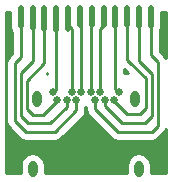
<source format=gbr>
G04 #@! TF.FileFunction,Copper,L2,Bot,Signal*
%FSLAX46Y46*%
G04 Gerber Fmt 4.6, Leading zero omitted, Abs format (unit mm)*
G04 Created by KiCad (PCBNEW 4.0.3-stable) date 10/16/17 21:17:04*
%MOMM*%
%LPD*%
G01*
G04 APERTURE LIST*
%ADD10C,0.100000*%
%ADD11O,0.800000X1.400000*%
%ADD12C,0.650000*%
%ADD13C,0.508000*%
%ADD14C,0.250000*%
%ADD15C,0.254000*%
G04 APERTURE END LIST*
D10*
D11*
X153490000Y-111700000D03*
X144510000Y-111700000D03*
X153130000Y-105750000D03*
D12*
X151400000Y-105850000D03*
X146600000Y-105850000D03*
X149400000Y-105150000D03*
X148600000Y-105150000D03*
X150200000Y-105150000D03*
X147800000Y-105150000D03*
X151800000Y-105150000D03*
X146200000Y-105150000D03*
X147400000Y-105850000D03*
X148200000Y-105850000D03*
X150600000Y-105850000D03*
X149800000Y-105850000D03*
D11*
X144870000Y-105750000D03*
D13*
X154500000Y-98000000D02*
X154500000Y-99600000D01*
D14*
X155100000Y-102600000D02*
X154500000Y-102000000D01*
X154500000Y-99600000D02*
X154500000Y-98000000D01*
X154500000Y-102000000D02*
X154500000Y-99600000D01*
X155100000Y-104900000D02*
X155100000Y-102600000D01*
D13*
X153500000Y-98000000D02*
X153500000Y-99600000D01*
D14*
X154600000Y-103600000D02*
X153500000Y-102500000D01*
X153500000Y-99600000D02*
X153500000Y-98000000D01*
X153500000Y-102500000D02*
X153500000Y-99600000D01*
X154600000Y-104200000D02*
X154600000Y-103600000D01*
D13*
X152500000Y-98000000D02*
X152500000Y-99500000D01*
D14*
X152700000Y-102600000D02*
X152500000Y-102400000D01*
X152500000Y-99500000D02*
X152500000Y-98000000D01*
X152500000Y-102400000D02*
X152500000Y-99500000D01*
X151400000Y-105900000D02*
X152500000Y-107000000D01*
X152500000Y-107000000D02*
X153600000Y-107000000D01*
X153600000Y-107000000D02*
X154100000Y-106500000D01*
X154100000Y-106500000D02*
X154100000Y-104000000D01*
X154100000Y-104000000D02*
X152700000Y-102600000D01*
D13*
X150500000Y-98000000D02*
X150500000Y-99500000D01*
D14*
X150200000Y-99800000D02*
X150500000Y-99500000D01*
X150500000Y-99500000D02*
X150500000Y-98000000D01*
X150200000Y-105150000D02*
X150200000Y-99800000D01*
D13*
X149500000Y-98000000D02*
X149500000Y-99500000D01*
D14*
X149400000Y-99600000D02*
X149500000Y-99500000D01*
X149500000Y-99500000D02*
X149500000Y-98000000D01*
X149400000Y-105150000D02*
X149400000Y-99600000D01*
D13*
X148500000Y-98000000D02*
X148500000Y-99500000D01*
D14*
X148600000Y-99600000D02*
X148500000Y-99500000D01*
X148500000Y-99500000D02*
X148500000Y-98000000D01*
X148600000Y-105150000D02*
X148600000Y-99600000D01*
D13*
X143500000Y-98000000D02*
X143500000Y-99600000D01*
D14*
X143000000Y-105100000D02*
X143000000Y-102700000D01*
X143000000Y-102700000D02*
X143500000Y-102200000D01*
X143500000Y-102200000D02*
X143500000Y-99600000D01*
X148200000Y-105850000D02*
X148200000Y-106700000D01*
X143000000Y-107600000D02*
X143000000Y-105100000D01*
X143900000Y-108500000D02*
X143000000Y-107600000D01*
X146400000Y-108500000D02*
X143900000Y-108500000D01*
X148200000Y-106700000D02*
X146400000Y-108500000D01*
X143500000Y-98000000D02*
X143500000Y-98100000D01*
X149800000Y-105850000D02*
X149800000Y-106600000D01*
X155100000Y-108000000D02*
X155100000Y-104900000D01*
X155100000Y-104900000D02*
X155100000Y-104800000D01*
X154600000Y-108500000D02*
X155100000Y-108000000D01*
X151700000Y-108500000D02*
X154600000Y-108500000D01*
X149800000Y-106600000D02*
X151700000Y-108500000D01*
X150600000Y-105850000D02*
X150600000Y-106300000D01*
X154600000Y-107200000D02*
X154600000Y-104200000D01*
X154600000Y-104200000D02*
X154600000Y-104100000D01*
X154000000Y-107800000D02*
X154600000Y-107200000D01*
X152100000Y-107800000D02*
X154000000Y-107800000D01*
X150600000Y-106300000D02*
X152100000Y-107800000D01*
X151400000Y-105850000D02*
X151400000Y-105900000D01*
D13*
X151500000Y-98000000D02*
X151500000Y-99600000D01*
D14*
X151500000Y-99600000D02*
X151500000Y-98000000D01*
X151500000Y-104900000D02*
X151500000Y-99600000D01*
X151750000Y-105150000D02*
X151500000Y-104900000D01*
D13*
X146500000Y-98000000D02*
X146500000Y-99900000D01*
D14*
X146500000Y-99900000D02*
X146500000Y-98000000D01*
X146500000Y-105000000D02*
X146500000Y-99900000D01*
X146350000Y-105150000D02*
X146500000Y-105000000D01*
D13*
X145500000Y-98000000D02*
X145500000Y-99800000D01*
D14*
X144000000Y-104200000D02*
X145500000Y-102700000D01*
X145500000Y-99800000D02*
X145500000Y-98000000D01*
X145500000Y-102700000D02*
X145500000Y-99800000D01*
X144000000Y-104500000D02*
X144000000Y-104200000D01*
X146200000Y-105150000D02*
X146350000Y-105150000D01*
X151800000Y-105150000D02*
X151750000Y-105150000D01*
X146600000Y-105850000D02*
X146600000Y-105900000D01*
X146600000Y-105900000D02*
X145400000Y-107100000D01*
X145400000Y-107100000D02*
X144500000Y-107100000D01*
X144500000Y-107100000D02*
X144000000Y-106600000D01*
X144000000Y-106600000D02*
X144000000Y-104500000D01*
X144000000Y-104500000D02*
X144000000Y-104400000D01*
D13*
X147500000Y-99800000D02*
X147500000Y-98000000D01*
D14*
X147800000Y-99800000D02*
X147500000Y-99500000D01*
X147500000Y-99500000D02*
X147500000Y-98000000D01*
X147800000Y-99800000D02*
X147800000Y-105150000D01*
D13*
X144500000Y-98000000D02*
X144500000Y-99700000D01*
D14*
X143500000Y-103500000D02*
X144500000Y-102500000D01*
X144500000Y-99700000D02*
X144500000Y-98000000D01*
X144500000Y-102500000D02*
X144500000Y-99700000D01*
X147400000Y-105850000D02*
X147400000Y-106400000D01*
X143500000Y-107200000D02*
X143500000Y-105100000D01*
X144100000Y-107800000D02*
X143500000Y-107200000D01*
X146000000Y-107800000D02*
X144100000Y-107800000D01*
X147400000Y-106400000D02*
X146000000Y-107800000D01*
X143500000Y-105100000D02*
X143500000Y-103500000D01*
D15*
G36*
X142611000Y-99600000D02*
X142678671Y-99940206D01*
X142740000Y-100031991D01*
X142740000Y-101885198D01*
X142462599Y-102162599D01*
X142297852Y-102409161D01*
X142240000Y-102700000D01*
X142240000Y-107600000D01*
X142297852Y-107890839D01*
X142462599Y-108137401D01*
X143362599Y-109037401D01*
X143609160Y-109202148D01*
X143900000Y-109260000D01*
X146400000Y-109260000D01*
X146690839Y-109202148D01*
X146937401Y-109037401D01*
X148737401Y-107237401D01*
X148902148Y-106990840D01*
X148938086Y-106810167D01*
X148960000Y-106700000D01*
X148960000Y-106447788D01*
X149000212Y-106407646D01*
X149040000Y-106447504D01*
X149040000Y-106600000D01*
X149097852Y-106890839D01*
X149262599Y-107137401D01*
X151162599Y-109037401D01*
X151409161Y-109202148D01*
X151700000Y-109260000D01*
X154600000Y-109260000D01*
X154890839Y-109202148D01*
X155137401Y-109037401D01*
X155637401Y-108537401D01*
X155790000Y-108309020D01*
X155790000Y-111990000D01*
X154525000Y-111990000D01*
X154525000Y-111373846D01*
X154446215Y-110977769D01*
X154221856Y-110641990D01*
X153886077Y-110417631D01*
X153490000Y-110338846D01*
X153093923Y-110417631D01*
X152758144Y-110641990D01*
X152533785Y-110977769D01*
X152455000Y-111373846D01*
X152455000Y-111990000D01*
X145545000Y-111990000D01*
X145545000Y-111373846D01*
X145466215Y-110977769D01*
X145241856Y-110641990D01*
X144906077Y-110417631D01*
X144510000Y-110338846D01*
X144113923Y-110417631D01*
X143778144Y-110641990D01*
X143553785Y-110977769D01*
X143475000Y-111373846D01*
X143475000Y-111990000D01*
X142210000Y-111990000D01*
X142210000Y-98410000D01*
X142611000Y-98410000D01*
X142611000Y-99600000D01*
X142611000Y-99600000D01*
G37*
X142611000Y-99600000D02*
X142678671Y-99940206D01*
X142740000Y-100031991D01*
X142740000Y-101885198D01*
X142462599Y-102162599D01*
X142297852Y-102409161D01*
X142240000Y-102700000D01*
X142240000Y-107600000D01*
X142297852Y-107890839D01*
X142462599Y-108137401D01*
X143362599Y-109037401D01*
X143609160Y-109202148D01*
X143900000Y-109260000D01*
X146400000Y-109260000D01*
X146690839Y-109202148D01*
X146937401Y-109037401D01*
X148737401Y-107237401D01*
X148902148Y-106990840D01*
X148938086Y-106810167D01*
X148960000Y-106700000D01*
X148960000Y-106447788D01*
X149000212Y-106407646D01*
X149040000Y-106447504D01*
X149040000Y-106600000D01*
X149097852Y-106890839D01*
X149262599Y-107137401D01*
X151162599Y-109037401D01*
X151409161Y-109202148D01*
X151700000Y-109260000D01*
X154600000Y-109260000D01*
X154890839Y-109202148D01*
X155137401Y-109037401D01*
X155637401Y-108537401D01*
X155790000Y-108309020D01*
X155790000Y-111990000D01*
X154525000Y-111990000D01*
X154525000Y-111373846D01*
X154446215Y-110977769D01*
X154221856Y-110641990D01*
X153886077Y-110417631D01*
X153490000Y-110338846D01*
X153093923Y-110417631D01*
X152758144Y-110641990D01*
X152533785Y-110977769D01*
X152455000Y-111373846D01*
X152455000Y-111990000D01*
X145545000Y-111990000D01*
X145545000Y-111373846D01*
X145466215Y-110977769D01*
X145241856Y-110641990D01*
X144906077Y-110417631D01*
X144510000Y-110338846D01*
X144113923Y-110417631D01*
X143778144Y-110641990D01*
X143553785Y-110977769D01*
X143475000Y-111373846D01*
X143475000Y-111990000D01*
X142210000Y-111990000D01*
X142210000Y-98410000D01*
X142611000Y-98410000D01*
X142611000Y-99600000D01*
G36*
X145740000Y-103595209D02*
X145729474Y-103591923D01*
X145696550Y-103578252D01*
X145740000Y-103534802D01*
X145740000Y-103595209D01*
X145740000Y-103595209D01*
G37*
X145740000Y-103595209D02*
X145729474Y-103591923D01*
X145696550Y-103578252D01*
X145740000Y-103534802D01*
X145740000Y-103595209D01*
G36*
X152560198Y-103535000D02*
X152433254Y-103535000D01*
X152333679Y-103554807D01*
X152321634Y-103542897D01*
X152260000Y-103564339D01*
X152260000Y-103234802D01*
X152560198Y-103535000D01*
X152560198Y-103535000D01*
G37*
X152560198Y-103535000D02*
X152433254Y-103535000D01*
X152333679Y-103554807D01*
X152321634Y-103542897D01*
X152260000Y-103564339D01*
X152260000Y-103234802D01*
X152560198Y-103535000D01*
G36*
X155790000Y-102290980D02*
X155637401Y-102062599D01*
X155260000Y-101685198D01*
X155260000Y-100031991D01*
X155321329Y-99940206D01*
X155389000Y-99600000D01*
X155389000Y-98410000D01*
X155790000Y-98410000D01*
X155790000Y-102290980D01*
X155790000Y-102290980D01*
G37*
X155790000Y-102290980D02*
X155637401Y-102062599D01*
X155260000Y-101685198D01*
X155260000Y-100031991D01*
X155321329Y-99940206D01*
X155389000Y-99600000D01*
X155389000Y-98410000D01*
X155790000Y-98410000D01*
X155790000Y-102290980D01*
M02*

</source>
